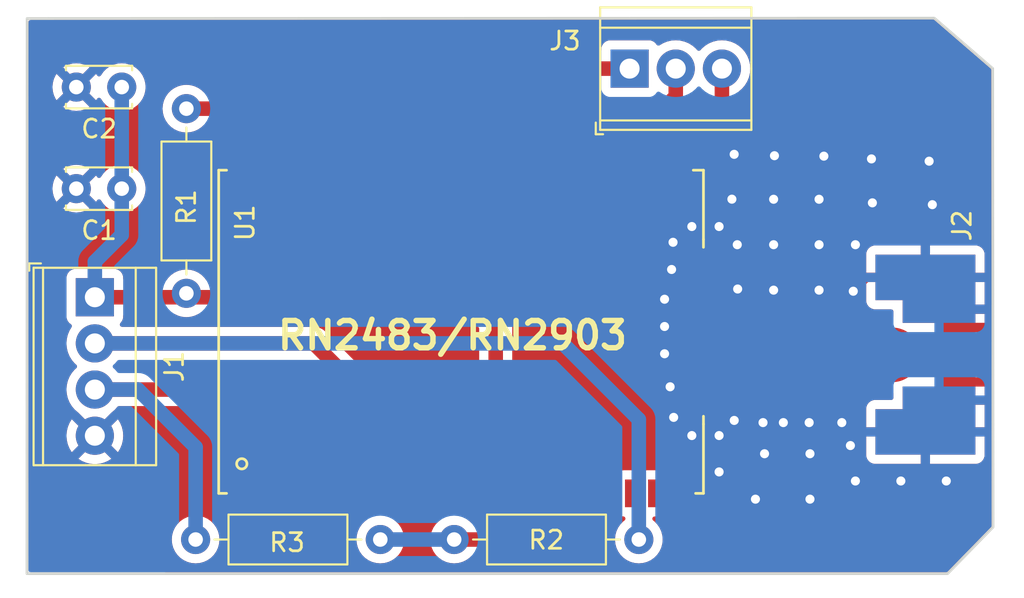
<source format=kicad_pcb>
(kicad_pcb (version 20221018) (generator pcbnew)
  (layers (0 "F.Cu" signal) (31 "B.Cu" signal) (34 "B.Paste" user) (35 "F.Paste" user) (36 "B.SilkS" user "B.Silkscreen") (37 "F.SilkS" user "F.Silkscreen") (38 "B.Mask" user) (39 "F.Mask" user) (44 "Edge.Cuts" user))
  (net 0 "")
  (net 1 "GND")
  (net 2 "Net-(J2-RF)")
  (net 29 "PGD_INT")
  (net 30 "PGC_INT")
  (net 31 "TX_RADIO")
  (net 32 "RX_RADIO")
  (net 33 "RESET")
  (net 34 "+3V3")
  (footprint "MyFootprints:RN2483" (layer "F.Cu") (at 174.498 80.264 -90)
    (fp_text reference "U1" (at 2.8956 -1.4478 270) (layer "F.SilkS"))
    (fp_text value "RN2483/RN2903" hide)
    (fp_line (start 0 -26.67) (end 0 -26.1112) (stroke (width 0.15)) (layer "F.SilkS"))
    (fp_line (start 0 -26.67) (end 3.81 -26.67) (stroke (width 0.15)) (layer "F.SilkS"))
    (fp_line (start 0 0) (end 0 -0.4318) (stroke (width 0.15)) (layer "F.SilkS"))
    (fp_line (start 0 0) (end 17.78 0) (stroke (width 0.15)) (layer "F.SilkS"))
    (fp_line (start 3.81 -26.67) (end 4.2418 -26.67) (stroke (width 0.15)) (layer "F.SilkS"))
    (fp_line (start 13.97 -26.67) (end 13.5382 -26.67) (stroke (width 0.15)) (layer "F.SilkS"))
    (fp_line (start 13.97 -26.67) (end 17.78 -26.67) (stroke (width 0.15)) (layer "F.SilkS"))
    (fp_line (start 17.78 -26.67) (end 17.78 -26.2382) (stroke (width 0.15)) (layer "F.SilkS"))
    (fp_line (start 17.78 0) (end 17.78 -0.4318) (stroke (width 0.15)) (layer "F.SilkS"))
    (fp_circle (center 16.1544 -1.27) (end 16.2814 -1.016) (stroke (width 0.15)) (fill none) (layer "F.SilkS"))
    (pad "1" smd rect locked (at 17.78 -1.27 270) (size 1.524 1.016) (layers "F.Cu" "F.Paste" "F.Mask") (net 1 "GND"))
    (pad "2" smd rect locked (at 17.78 -2.54 270) (size 1.524 1.016) (layers "F.Cu" "F.Paste" "F.Mask"))
    (pad "3" smd rect locked (at 17.78 -3.81 270) (size 1.524 1.016) (layers "F.Cu" "F.Paste" "F.Mask"))
    (pad "4" smd rect locked (at 17.78 -5.08 270) (size 1.524 1.016) (layers "F.Cu" "F.Paste" "F.Mask"))
    (pad "5" smd rect locked (at 17.78 -6.35 270) (size 1.524 1.016) (layers "F.Cu" "F.Paste" "F.Mask"))
    (pad "6" smd rect locked (at 17.78 -7.62 270) (size 1.524 1.016) (layers "F.Cu" "F.Paste" "F.Mask") (net 31 "TX_RADIO"))
    (pad "7" smd rect locked (at 17.78 -8.89 270) (size 1.524 1.016) (layers "F.Cu" "F.Paste" "F.Mask") (net 32 "RX_RADIO"))
    (pad "8" smd rect locked (at 17.78 -10.16 270) (size 1.524 1.016) (layers "F.Cu" "F.Paste" "F.Mask") (net 1 "GND"))
    (pad "9" smd rect locked (at 17.78 -11.43 270) (size 1.524 1.016) (layers "F.Cu" "F.Paste" "F.Mask"))
    (pad "10" smd rect locked (at 17.78 -12.7 270) (size 1.524 1.016) (layers "F.Cu" "F.Paste" "F.Mask"))
    (pad "11" smd rect locked (at 17.78 -13.97 270) (size 1.524 1.016) (layers "F.Cu" "F.Paste" "F.Mask") (net 1 "GND"))
    (pad "12" smd rect locked (at 17.78 -15.24 270) (size 1.524 1.016) (layers "F.Cu" "F.Paste" "F.Mask") (net 34 "+3V3"))
    (pad "13" smd rect locked (at 17.78 -16.51 270) (size 1.524 1.016) (layers "F.Cu" "F.Paste" "F.Mask"))
    (pad "14" smd rect locked (at 17.78 -17.78 270) (size 1.524 1.016) (layers "F.Cu" "F.Paste" "F.Mask"))
    (pad "15" smd rect locked (at 17.78 -19.05 270) (size 1.524 1.016) (layers "F.Cu" "F.Paste" "F.Mask"))
    (pad "16" smd rect locked (at 17.78 -20.32 270) (size 1.524 1.016) (layers "F.Cu" "F.Paste" "F.Mask"))
    (pad "17" smd rect locked (at 17.78 -21.59 270) (size 1.524 1.016) (layers "F.Cu" "F.Paste" "F.Mask"))
    (pad "18" smd rect locked (at 17.78 -22.86 270) (size 1.524 1.016) (layers "F.Cu" "F.Paste" "F.Mask"))
    (pad "19" smd rect locked (at 17.78 -24.13 270) (size 1.524 1.016) (layers "F.Cu" "F.Paste" "F.Mask"))
    (pad "20" smd rect locked (at 17.78 -25.4 270) (size 1.524 1.016) (layers "F.Cu" "F.Paste" "F.Mask") (net 1 "GND"))
    (pad "21" smd rect locked (at 12.7 -26.67 270) (size 1.016 1.524) (layers "F.Cu" "F.Paste" "F.Mask") (net 1 "GND"))
    (pad "22" smd rect locked (at 11.43 -26.369) (size 1.016 0.8) (layers "F.Cu" "F.Paste" "F.Mask") (net 1 "GND"))
    (pad "23" smd rect locked (at 10.16 -26.67 270) (size 1.016 1.524) (layers "F.Cu" "F.Paste" "F.Mask") (net 2 "Net-(J2-RF)"))
    (pad "24" smd rect locked (at 8.89 -26.37) (size 1.016 0.8) (layers "F.Cu" "F.Paste" "F.Mask") (net 1 "GND"))
    (pad "25" smd rect locked (at 7.62 -26.67 270) (size 1.016 1.524) (layers "F.Cu" "F.Paste" "F.Mask"))
    (pad "26" smd rect locked (at 6.35 -26.67 270) (size 1.016 1.524) (layers "F.Cu" "F.Paste" "F.Mask") (net 1 "GND"))
    (pad "27" smd rect locked (at 5.08 -26.67 270) (size 1.016 1.524) (layers "F.Cu" "F.Paste" "F.Mask") (net 1 "GND"))
    (pad "28" smd rect locked (at 0 -25.4 270) (size 1.524 1.016) (layers "F.Cu" "F.Paste" "F.Mask") (net 1 "GND"))
    (pad "29" smd rect locked (at 0 -24.13 270) (size 1.524 1.016) (layers "F.Cu" "F.Paste" "F.Mask"))
    (pad "30" smd rect locked (at 0 -22.86 270) (size 1.524 1.016) (layers "F.Cu" "F.Paste" "F.Mask") (net 30 "PGC_INT"))
    (pad "31" smd rect locked (at 0 -21.59 270) (size 1.524 1.016) (layers "F.Cu" "F.Paste" "F.Mask") (net 29 "PGD_INT"))
    (pad "32" smd rect locked (at 0 -20.32 270) (size 1.524 1.016) (layers "F.Cu" "F.Paste" "F.Mask") (net 33 "RESET"))
    (pad "33" smd rect locked (at 0 -19.05 270) (size 1.524 1.016) (layers "F.Cu" "F.Paste" "F.Mask") (net 1 "GND"))
    (pad "34" smd rect locked (at 0 -17.78 270) (size 1.524 1.016) (layers "F.Cu" "F.Paste" "F.Mask") (net 34 "+3V3"))
    (pad "35" smd rect locked (at 0 -16.51 270) (size 1.524 1.016) (layers "F.Cu" "F.Paste" "F.Mask"))
    (pad "36" smd rect locked (at 0 -15.24 270) (size 1.524 1.016) (layers "F.Cu" "F.Paste" "F.Mask"))
    (pad "37" smd rect locked (at 0 -13.97 270) (size 1.524 1.016) (layers "F.Cu" "F.Paste" "F.Mask"))
    (pad "38" smd rect locked (at 0 -12.7 270) (size 1.524 1.016) (layers "F.Cu" "F.Paste" "F.Mask"))
    (pad "39" smd rect locked (at 0 -11.43 270) (size 1.524 1.016) (layers "F.Cu" "F.Paste" "F.Mask"))
    (pad "40" smd rect locked (at 0 -10.16 270) (size 1.524 1.016) (layers "F.Cu" "F.Paste" "F.Mask"))
    (pad "41" smd rect locked (at 0 -8.89 270) (size 1.524 1.016) (layers "F.Cu" "F.Paste" "F.Mask") (net 1 "GND"))
    (pad "42" smd rect locked (at 0 -7.62 270) (size 1.524 1.016) (layers "F.Cu" "F.Paste" "F.Mask"))
    (pad "43" smd rect locked (at 0 -6.35 270) (size 1.524 1.016) (layers "F.Cu" "F.Paste" "F.Mask"))
    (pad "44" smd rect locked (at 0 -5.08 270) (size 1.524 1.016) (layers "F.Cu" "F.Paste" "F.Mask"))
    (pad "45" smd rect locked (at 0 -3.81 270) (size 1.524 1.016) (layers "F.Cu" "F.Paste" "F.Mask"))
    (pad "46" smd rect locked (at 0 -2.54 270) (size 1.524 1.016) (layers "F.Cu" "F.Paste" "F.Mask"))
    (pad "47" smd rect locked (at 0 -1.27 270) (size 1.524 1.016) (layers "F.Cu" "F.Paste" "F.Mask") (net 1 "GND"))
  )
  (footprint "MyFootprints:multi-rf-sma-ufl" (layer "F.Cu") (at 216.128 90.414 -90)
    (fp_text reference "J2" (at -7.102 0.736 270) (layer "F.SilkS"))
    (fp_text value "SMA_HF")
    (pad "1" smd rect (at 0 2.6 270) (size 1 1) (layers "F.Cu" "F.Paste" "F.Mask") (net 2 "Net-(J2-RF)"))
    (pad "1" smd rect (at 0 4.55 270) (size 1.5 4) (layers "F.Cu" "F.Mask") (net 2 "Net-(J2-RF)"))
    (pad "2" smd rect (at -4.25 2.75 270) (size 2.5 5.5) (layers "F.Cu" "F.Mask") (net 1 "GND"))
    (pad "2" smd rect (at -4.25 2.75 270) (size 2.5 5.5) (layers "B.Cu" "B.Mask") (net 1 "GND"))
    (pad "2" smd rect (at -2.5 2 270) (size 1.5 4) (layers "F.Cu" "F.Mask") (net 1 "GND"))
    (pad "2" smd rect (at -2.5 2 270) (size 1.5 4) (layers "B.Cu" "B.Mask") (net 1 "GND"))
    (pad "2" smd rect (at -1.5 1.1 270) (size 1.05 2.2) (layers "F.Cu" "F.Paste" "F.Mask") (net 1 "GND"))
    (pad "2" smd rect (at 1.5 1.1 270) (size 1.05 2.2) (layers "F.Cu" "F.Paste" "F.Mask") (net 1 "GND"))
    (pad "2" smd rect (at 2.5 2 270) (size 1.5 4) (layers "F.Cu" "F.Mask") (net 1 "GND"))
    (pad "2" smd rect (at 2.5 2 270) (size 1.5 4) (layers "B.Cu" "B.Mask") (net 1 "GND"))
    (pad "2" smd rect (at 4.25 2.75 270) (size 2.5 5.5) (layers "F.Cu" "F.Mask") (net 1 "GND"))
    (pad "2" smd rect (at 4.25 2.75 270) (size 2.5 5.5) (layers "B.Cu" "B.Mask") (net 1 "GND"))
  )
  (footprint "TerminalBlock_TE-Connectivity:TerminalBlock_TE_282834-4_1x04_P2.54mm_Horizontal" (layer "F.Cu") (at 167.684 87.2536 -90)
    (fp_text reference "J1" (at 3.81 -4.37 90) (layer "F.SilkS"))
    (fp_text value "Screw_Terminal_01x04")
    (fp_line (start -1.86 2.97) (end -1.86 3.61) (stroke (width 0.12)) (layer "F.SilkS"))
    (fp_line (start -1.86 3.61) (end -1.46 3.61) (stroke (width 0.12)) (layer "F.SilkS"))
    (fp_line (start -1.62 -3.37) (end -1.62 3.37) (stroke (width 0.12)) (layer "F.SilkS"))
    (fp_line (start -1.62 -3.37) (end 9.241 -3.37) (stroke (width 0.12)) (layer "F.SilkS"))
    (fp_line (start -1.62 -2.25) (end 9.241 -2.25) (stroke (width 0.12)) (layer "F.SilkS"))
    (fp_line (start -1.62 2.85) (end 9.241 2.85) (stroke (width 0.12)) (layer "F.SilkS"))
    (fp_line (start -1.62 3.37) (end 9.241 3.37) (stroke (width 0.12)) (layer "F.SilkS"))
    (fp_line (start 9.241 -3.37) (end 9.241 3.37) (stroke (width 0.12)) (layer "F.SilkS"))
    (pad "1" thru_hole rect (at 0 0 270) (size 2.1 2.1) (drill 1.1) (layers "*.Cu" "*.Mask") (net 34 "+3V3"))
    (pad "2" thru_hole circle (at 2.54 0 270) (size 2.1 2.1) (drill 1.1) (layers "*.Cu" "*.Mask") (net 32 "RX_RADIO"))
    (pad "3" thru_hole circle (at 5.08 0 270) (size 2.1 2.1) (drill 1.1) (layers "*.Cu" "*.Mask") (net 31 "TX_RADIO"))
    (pad "4" thru_hole circle (at 7.62 0 270) (size 2.1 2.1) (drill 1.1) (layers "*.Cu" "*.Mask") (net 1 "GND"))
  )
  (footprint "Capacitor_THT:C_Disc_D3.4mm_W2.1mm_P2.50mm" (layer "F.Cu") (at 169.164 81.28 180)
    (fp_text reference "C1" (at 1.25 -2.3) (layer "F.SilkS"))
    (fp_text value "4,7n")
    (fp_line (start -0.57 -1.17) (end -0.57 -0.925) (stroke (width 0.12)) (layer "F.SilkS"))
    (fp_line (start -0.57 -1.17) (end 3.07 -1.17) (stroke (width 0.12)) (layer "F.SilkS"))
    (fp_line (start -0.57 0.925) (end -0.57 1.17) (stroke (width 0.12)) (layer "F.SilkS"))
    (fp_line (start -0.57 1.17) (end 3.07 1.17) (stroke (width 0.12)) (layer "F.SilkS"))
    (fp_line (start 3.07 -1.17) (end 3.07 -0.925) (stroke (width 0.12)) (layer "F.SilkS"))
    (fp_line (start 3.07 0.925) (end 3.07 1.17) (stroke (width 0.12)) (layer "F.SilkS"))
    (pad "1" thru_hole circle (at 0 0 180) (size 1.6 1.6) (drill 0.8) (layers "*.Cu" "*.Mask") (net 34 "+3V3"))
    (pad "2" thru_hole circle (at 2.5 0 180) (size 1.6 1.6) (drill 0.8) (layers "*.Cu" "*.Mask") (net 1 "GND"))
  )
  (footprint "Resistor_THT:R_Axial_DIN0207_L6.3mm_D2.5mm_P10.16mm_Horizontal" (layer "F.Cu") (at 183.388 100.584 180)
    (fp_text reference "R3" (at 5.128 -0.166) (layer "F.SilkS"))
    (fp_text value "10k")
    (fp_line (start 1.04 0) (end 1.81 0) (stroke (width 0.12)) (layer "F.SilkS"))
    (fp_line (start 1.81 -1.37) (end 1.81 1.37) (stroke (width 0.12)) (layer "F.SilkS"))
    (fp_line (start 1.81 1.37) (end 8.35 1.37) (stroke (width 0.12)) (layer "F.SilkS"))
    (fp_line (start 8.35 -1.37) (end 1.81 -1.37) (stroke (width 0.12)) (layer "F.SilkS"))
    (fp_line (start 8.35 1.37) (end 8.35 -1.37) (stroke (width 0.12)) (layer "F.SilkS"))
    (fp_line (start 9.12 0) (end 8.35 0) (stroke (width 0.12)) (layer "F.SilkS"))
    (pad "1" thru_hole circle (at 0 0 180) (size 1.6 1.6) (drill 0.8) (layers "*.Cu" "*.Mask") (net 34 "+3V3"))
    (pad "2" thru_hole oval (at 10.16 0 180) (size 1.6 1.6) (drill 0.8) (layers "*.Cu" "*.Mask") (net 31 "TX_RADIO"))
  )
  (footprint "Capacitor_THT:C_Disc_D3.4mm_W2.1mm_P2.50mm" (layer "F.Cu") (at 169.164 75.692 180)
    (fp_text reference "C2" (at 1.25 -2.3) (layer "F.SilkS"))
    (fp_text value "100n")
    (fp_line (start -0.57 -1.17) (end -0.57 -0.925) (stroke (width 0.12)) (layer "F.SilkS"))
    (fp_line (start -0.57 -1.17) (end 3.07 -1.17) (stroke (width 0.12)) (layer "F.SilkS"))
    (fp_line (start -0.57 0.925) (end -0.57 1.17) (stroke (width 0.12)) (layer "F.SilkS"))
    (fp_line (start -0.57 1.17) (end 3.07 1.17) (stroke (width 0.12)) (layer "F.SilkS"))
    (fp_line (start 3.07 -1.17) (end 3.07 -0.925) (stroke (width 0.12)) (layer "F.SilkS"))
    (fp_line (start 3.07 0.925) (end 3.07 1.17) (stroke (width 0.12)) (layer "F.SilkS"))
    (pad "1" thru_hole circle (at 0 0 180) (size 1.6 1.6) (drill 0.8) (layers "*.Cu" "*.Mask") (net 34 "+3V3"))
    (pad "2" thru_hole circle (at 2.5 0 180) (size 1.6 1.6) (drill 0.8) (layers "*.Cu" "*.Mask") (net 1 "GND"))
  )
  (footprint "TerminalBlock_TE-Connectivity:TerminalBlock_TE_282834-3_1x03_P2.54mm_Horizontal" (layer "F.Cu") (at 197.104 74.676)
    (fp_text reference "J3" (at -3.556 -1.524) (layer "F.SilkS"))
    (fp_text value "Screw_Terminal_01x03")
    (fp_line (start -1.86 2.97) (end -1.86 3.61) (stroke (width 0.12)) (layer "F.SilkS"))
    (fp_line (start -1.86 3.61) (end -1.46 3.61) (stroke (width 0.12)) (layer "F.SilkS"))
    (fp_line (start -1.62 -3.37) (end -1.62 3.37) (stroke (width 0.12)) (layer "F.SilkS"))
    (fp_line (start -1.62 -3.37) (end 6.7 -3.37) (stroke (width 0.12)) (layer "F.SilkS"))
    (fp_line (start -1.62 -2.25) (end 6.7 -2.25) (stroke (width 0.12)) (layer "F.SilkS"))
    (fp_line (start -1.62 2.85) (end 6.7 2.85) (stroke (width 0.12)) (layer "F.SilkS"))
    (fp_line (start -1.62 3.37) (end 6.7 3.37) (stroke (width 0.12)) (layer "F.SilkS"))
    (fp_line (start 6.7 -3.37) (end 6.7 3.37) (stroke (width 0.12)) (layer "F.SilkS"))
    (pad "1" thru_hole rect (at 0 0) (size 2.1 2.1) (drill 1.1) (layers "*.Cu" "*.Mask") (net 33 "RESET"))
    (pad "2" thru_hole circle (at 2.54 0) (size 2.1 2.1) (drill 1.1) (layers "*.Cu" "*.Mask") (net 29 "PGD_INT"))
    (pad "3" thru_hole circle (at 5.08 0) (size 2.1 2.1) (drill 1.1) (layers "*.Cu" "*.Mask") (net 30 "PGC_INT"))
  )
  (footprint "Resistor_THT:R_Axial_DIN0207_L6.3mm_D2.5mm_P10.16mm_Horizontal" (layer "F.Cu") (at 172.72 76.879146 -90)
    (fp_text reference "R1" (at 5.416854 0 90) (layer "F.SilkS"))
    (fp_text value "10k")
    (fp_line (start 1.04 0) (end 1.81 0) (stroke (width 0.12)) (layer "F.SilkS"))
    (fp_line (start 1.81 -1.37) (end 1.81 1.37) (stroke (width 0.12)) (layer "F.SilkS"))
    (fp_line (start 1.81 1.37) (end 8.35 1.37) (stroke (width 0.12)) (layer "F.SilkS"))
    (fp_line (start 8.35 -1.37) (end 1.81 -1.37) (stroke (width 0.12)) (layer "F.SilkS"))
    (fp_line (start 8.35 1.37) (end 8.35 -1.37) (stroke (width 0.12)) (layer "F.SilkS"))
    (fp_line (start 9.12 0) (end 8.35 0) (stroke (width 0.12)) (layer "F.SilkS"))
    (pad "1" thru_hole circle (at 0 0 270) (size 1.6 1.6) (drill 0.8) (layers "*.Cu" "*.Mask") (net 33 "RESET"))
    (pad "2" thru_hole oval (at 10.16 0 270) (size 1.6 1.6) (drill 0.8) (layers "*.Cu" "*.Mask") (net 34 "+3V3"))
  )
  (footprint "Resistor_THT:R_Axial_DIN0207_L6.3mm_D2.5mm_P10.16mm_Horizontal" (layer "F.Cu") (at 187.452 100.584)
    (fp_text reference "R2" (at 5.068 0.026) (layer "F.SilkS"))
    (fp_text value "10k")
    (fp_line (start 1.04 0) (end 1.81 0) (stroke (width 0.12)) (layer "F.SilkS"))
    (fp_line (start 1.81 -1.37) (end 1.81 1.37) (stroke (width 0.12)) (layer "F.SilkS"))
    (fp_line (start 1.81 1.37) (end 8.35 1.37) (stroke (width 0.12)) (layer "F.SilkS"))
    (fp_line (start 8.35 -1.37) (end 1.81 -1.37) (stroke (width 0.12)) (layer "F.SilkS"))
    (fp_line (start 8.35 1.37) (end 8.35 -1.37) (stroke (width 0.12)) (layer "F.SilkS"))
    (fp_line (start 9.12 0) (end 8.35 0) (stroke (width 0.12)) (layer "F.SilkS"))
    (pad "1" thru_hole circle (at 0 0) (size 1.6 1.6) (drill 0.8) (layers "*.Cu" "*.Mask") (net 34 "+3V3"))
    (pad "2" thru_hole oval (at 10.16 0) (size 1.6 1.6) (drill 0.8) (layers "*.Cu" "*.Mask") (net 32 "RX_RADIO"))
  )
  (gr_poly (pts (xy 163.96 71.92) (xy 213.87 71.9) (xy 217.08 74.67) (xy 217.1 99.9) (xy 214.6 102.46) (xy 163.95 102.46)) (stroke (width 0.15)) (fill none) (layer "Edge.Cuts"))
  (gr_text "GEII Corp.\nLoRa\nV1\n" (at 164.592 100.076) (layer "F.Cu") (effects (font (size 0.8 0.8)) (justify left)))
  (gr_text "\n" (at 185.7561 93.1591) (layer "B.SilkS") (effects (font (size 1 1) (thickness 0.2)) (justify mirror)))
  (gr_text "RN2483/RN2903" (at 187.358 89.354) (layer "F.SilkS") (effects (font (size 1.5 1.5) (thickness 0.3))))
  (segment (start 209.528 84.364) (end 209.528 82.994176) (width 0.5) (layer "F.Cu") (net 1))
  (segment (start 213.378 94.664) (end 213.378 93.664) (width 0.5) (layer "F.Cu") (net 1))
  (segment (start 213.378 87.164) (end 214.128 87.914) (width 0.5) (layer "F.Cu") (net 1))
  (segment (start 202.86047 94.031529) (end 204.325383 94.031529) (width 0.5) (layer "F.Cu") (net 1))
  (segment (start 203.028 85.864) (end 203.028 84.364) (width 0.5) (layer "F.Cu") (net 1))
  (segment (start 200.528 94.364) (end 201.028 94.864) (width 0.5) (layer "F.Cu") (net 1))
  (segment (start 207.528 79.75726) (end 207.792691 79.492569) (width 0.5) (layer "F.Cu") (net 1))
  (segment (start 207.028 95.864) (end 207.028 98.364) (width 0.5) (layer "F.Cu") (net 1))
  (segment (start 212.028 97.364) (end 214.528 97.364) (width 0.5) (layer "F.Cu") (net 1))
  (segment (start 200.528 94.864) (end 202.028 94.864) (width 0.5) (layer "F.Cu") (net 1))
  (segment (start 199.028 90.364) (end 199.028 91.874309) (width 0.5) (layer "F.Cu") (net 1))
  (segment (start 207.528 86.864) (end 207.528 84.364) (width 0.5) (layer "F.Cu") (net 1))
  (segment (start 207.528 86.864) (end 207.528 84.864) (width 0.5) (layer "F.Cu") (net 1))
  (segment (start 207.528 81.864) (end 207.528 79.75726) (width 0.5) (layer "F.Cu") (net 1))
  (segment (start 199.028 87.364) (end 199.028 88.864) (width 0.5) (layer "F.Cu") (net 1))
  (segment (start 207.528 81.864) (end 209.748366 79.643634) (width 0.5) (layer "F.Cu") (net 1))
  (segment (start 205.073524 79.467392) (end 202.933438 79.467392) (width 0.5) (layer "F.Cu") (net 1))
  (segment (start 199.494413 85.647021) (end 199.414671 85.726763) (width 0.5) (layer "F.Cu") (net 1))
  (segment (start 209.41057 86.88143) (end 209.41057 86.923815) (width 0.5) (layer "F.Cu") (net 1))
  (segment (start 199.494413 84.231363) (end 199.494413 85.647021) (width 0.5) (layer "F.Cu") (net 1))
  (segment (start 213.378 86.164) (end 213.378 87.164) (width 0.5) (layer "F.Cu") (net 1))
  (segment (start 213.378 93.664) (end 214.128 92.914) (width 0.5) (layer "F.Cu") (net 1))
  (segment (start 209.961505 82.560671) (end 210.461504 82.060672) (width 0.5) (layer "F.Cu") (net 1))
  (segment (start 204.028 98.364) (end 204.028 96.364) (width 0.5) (layer "F.Cu") (net 1))
  (segment (start 203.11201 86.864) (end 203.049497 86.801487) (width 0.5) (layer "F.Cu") (net 1))
  (segment (start 209.748366 79.643634) (end 210.411149 79.643634) (width 0.5) (layer "F.Cu") (net 1))
  (segment (start 199.028 91.874309) (end 199.334083 92.180392) (width 0.5) (layer "F.Cu") (net 1))
  (segment (start 214.128 87.914) (end 214.128 88.014) (width 0.5) (layer "F.Cu") (net 1))
  (segment (start 214.128 92.914) (end 214.128 92.814) (width 0.5) (layer "F.Cu") (net 1))
  (segment (start 202.028 83.364) (end 200.528 83.364) (width 0.5) (layer "F.Cu") (net 1))
  (segment (start 209.528 95.689665) (end 209.252461 95.414126) (width 0.5) (layer "F.Cu") (net 1))
  (segment (start 202.933438 79.467392) (end 202.857905 79.391859) (width 0.5) (layer "F.Cu") (net 1))
  (segment (start 209.528 97.364) (end 209.528 95.689665) (width 0.5) (layer "F.Cu") (net 1))
  (segment (start 210.128 86.164) (end 209.41057 86.88143) (width 0.5) (layer "F.Cu") (net 1))
  (segment (start 213.378 86.164) (end 210.128 86.164) (width 0.5) (layer "F.Cu") (net 1))
  (segment (start 205.028 84.364) (end 205.028 81.864) (width 0.5) (layer "F.Cu") (net 1))
  (segment (start 206.983138 94.151146) (end 205.563537 94.151146) (width 0.5) (layer "F.Cu") (net 1))
  (segment (start 204.028 96.364) (end 204.528 95.864) (width 0.5) (layer "F.Cu") (net 1))
  (segment (start 209.528 82.994176) (end 210.461504 82.060672) (width 0.5) (layer "F.Cu") (net 1))
  (segment (start 204.325383 94.031529) (end 204.445 94.151146) (width 0.5) (layer "F.Cu") (net 1))
  (segment (start 205.028 86.864) (end 203.11201 86.864) (width 0.5) (layer "F.Cu") (net 1))
  (via (at 202.028 96.864) (size 1) (drill 0.5) (layers "F.Cu" "B.Cu") (net 1))
  (via (at 202.732018 81.859252) (size 1) (drill 0.5) (layers "F.Cu" "B.Cu") (net 1))
  (via (at 212.028 97.364) (size 1) (drill 0.5) (layers "F.Cu" "B.Cu") (net 1))
  (via (at 207.528 86.864) (size 1) (drill 0.5) (layers "F.Cu" "B.Cu") (net 1))
  (via (at 209.252461 95.414126) (size 1) (drill 0.5) (layers "F.Cu" "B.Cu") (net 1))
  (via (at 203.028 84.364) (size 1) (drill 0.5) (layers "F.Cu" "B.Cu") (net 1))
  (via (at 200.528 83.364) (size 1) (drill 0.5) (layers "F.Cu" "B.Cu") (net 1))
  (via (at 213.759754 82.161382) (size 1) (drill 0.5) (layers "F.Cu" "B.Cu") (net 1))
  (via (at 205.028 81.864) (size 1) (drill 0.5) (layers "F.Cu" "B.Cu") (net 1))
  (via (at 204.445 94.151146) (size 1) (drill 0.5) (layers "F.Cu" "B.Cu") (net 1))
  (via (at 207.528 84.364) (size 1) (drill 0.5) (layers "F.Cu" "B.Cu") (net 1))
  (via (at 199.028 87.364) (size 1) (drill 0.5) (layers "F.Cu" "B.Cu") (net 1))
  (via (at 199.334083 92.180392) (size 1) (drill 0.5) (layers "F.Cu" "B.Cu") (net 1))
  (via (at 199.414671 85.726763) (size 1) (drill 0.5) (layers "F.Cu" "B.Cu") (net 1))
  (via (at 210.461504 82.060672) (size 1) (drill 0.5) (layers "F.Cu" "B.Cu") (net 1))
  (via (at 199.528 93.864) (size 1) (drill 0.5) (layers "F.Cu" "B.Cu") (net 1))
  (via (at 207.028 95.864) (size 1) (drill 0.5) (layers "F.Cu" "B.Cu") (net 1))
  (via (at 204.028 98.364) (size 1) (drill 0.5) (layers "F.Cu" "B.Cu") (net 1))
  (via (at 205.073524 79.467392) (size 1) (drill 0.5) (layers "F.Cu" "B.Cu") (net 1))
  (via (at 200.528 94.864) (size 1) (drill 0.5) (layers "F.Cu" "B.Cu") (net 1))
  (via (at 214.528 97.364) (size 1) (drill 0.5) (layers "F.Cu" "B.Cu") (net 1))
  (via (at 208.779351 94.151146) (size 1) (drill 0.5) (layers "F.Cu" "B.Cu") (net 1))
  (via (at 202.028 83.364) (size 1) (drill 0.5) (layers "F.Cu" "B.Cu") (net 1))
  (via (at 203.049497 86.801487) (size 1) (drill 0.5) (layers "F.Cu" "B.Cu") (net 1))
  (via (at 202.028 94.864) (size 1) (drill 0.5) (layers "F.Cu" "B.Cu") (net 1))
  (via (at 205.563537 94.151146) (size 1) (drill 0.5) (layers "F.Cu" "B.Cu") (net 1))
  (via (at 207.028 98.364) (size 1) (drill 0.5) (layers "F.Cu" "B.Cu") (net 1))
  (via (at 207.792691 79.492569) (size 1) (drill 0.5) (layers "F.Cu" "B.Cu") (net 1))
  (via (at 205.028 84.364) (size 1) (drill 0.5) (layers "F.Cu" "B.Cu") (net 1))
  (via (at 209.528 84.364) (size 1) (drill 0.5) (layers "F.Cu" "B.Cu") (net 1))
  (via (at 204.528 95.864) (size 1) (drill 0.5) (layers "F.Cu" "B.Cu") (net 1))
  (via (at 207.528 81.864) (size 1) (drill 0.5) (layers "F.Cu" "B.Cu") (net 1))
  (via (at 199.494413 84.231363) (size 1) (drill 0.5) (layers "F.Cu" "B.Cu") (net 1))
  (via (at 202.86047 94.031529) (size 1) (drill 0.5) (layers "F.Cu" "B.Cu") (net 1))
  (via (at 213.583512 79.769521) (size 1) (drill 0.5) (layers "F.Cu" "B.Cu") (net 1))
  (via (at 199.028 90.364) (size 1) (drill 0.5) (layers "F.Cu" "B.Cu") (net 1))
  (via (at 202.857905 79.391859) (size 1) (drill 0.5) (layers "F.Cu" "B.Cu") (net 1))
  (via (at 206.983138 94.151146) (size 1) (drill 0.5) (layers "F.Cu" "B.Cu") (net 1))
  (via (at 205.028 86.864) (size 1) (drill 0.5) (layers "F.Cu" "B.Cu") (net 1))
  (via (at 210.411149 79.643634) (size 1) (drill 0.5) (layers "F.Cu" "B.Cu") (net 1))
  (via (at 209.41057 86.923815) (size 1) (drill 0.5) (layers "F.Cu" "B.Cu") (net 1))
  (via (at 199.028 88.864) (size 1) (drill 0.5) (layers "F.Cu" "B.Cu") (net 1))
  (via (at 209.528 97.364) (size 1) (drill 0.5) (layers "F.Cu" "B.Cu") (net 1))
  (segment (start 199.028 86.113434) (end 199.414671 85.726763) (width 0.5) (layer "B.Cu") (net 1))
  (segment (start 199.334083 93.170083) (end 199.334083 92.180392) (width 0.5) (layer "B.Cu") (net 1))
  (segment (start 208.779351 94.151146) (end 208.779351 94.941016) (width 0.5) (layer "B.Cu") (net 1))
  (segment (start 203.028 95.864) (end 202.028 96.864) (width 0.5) (layer "B.Cu") (net 1))
  (segment (start 207.528 95.364) (end 207.028 95.864) (width 0.5) (layer "B.Cu") (net 1))
  (segment (start 199.528 93.364) (end 199.334083 93.170083) (width 0.5) (layer "B.Cu") (net 1))
  (segment (start 213.378 86.164) (end 213.378 87.164) (width 0.5) (layer "B.Cu") (net 1))
  (segment (start 208.779351 94.151146) (end 206.983138 94.151146) (width 0.5) (layer "B.Cu") (net 1))
  (segment (start 203.028 84.364) (end 202.028 83.364) (width 0.5) (layer "B.Cu") (net 1))
  (segment (start 208.779351 94.941016) (end 209.252461 95.414126) (width 0.5) (layer "B.Cu") (net 1))
  (segment (start 213.659044 82.060672) (end 213.759754 82.161382) (width 0.5) (layer "B.Cu") (net 1))
  (segment (start 209.528 86.806385) (end 209.41057 86.923815) (width 0.5) (layer "B.Cu") (net 1))
  (segment (start 199.528 93.364) (end 199.528 93.864) (width 0.5) (layer "B.Cu") (net 1))
  (segment (start 207.792691 79.492569) (end 205.098701 79.492569) (width 0.5) (layer "B.Cu") (net 1))
  (segment (start 202.86047 94.031529) (end 202.86047 94.03153) (width 0.5) (layer "B.Cu") (net 1))
  (segment (start 209.528 97.364) (end 212.028 97.364) (width 0.5) (layer "B.Cu") (net 1))
  (segment (start 204.445 94.151146) (end 205.563537 94.151146) (width 0.5) (layer "B.Cu") (net 1))
  (segment (start 209.528 84.364) (end 209.528 86.806385) (width 0.5) (layer "B.Cu") (net 1))
  (segment (start 199.660637 84.231363) (end 199.494413 84.231363) (width 0.5) (layer "B.Cu") (net 1))
  (segment (start 199.334083 93.170083) (end 199.334083 92.887498) (width 0.5) (layer "B.Cu") (net 1))
  (segment (start 199.028 87.364) (end 199.028 86.113434) (width 0.5) (layer "B.Cu") (net 1))
  (segment (start 199.528 93.864) (end 200.528 94.864) (width 0.5) (layer "B.Cu") (net 1))
  (segment (start 207.028 98.364) (end 204.028 98.364) (width 0.5) (layer "B.Cu") (net 1))
  (segment (start 207.528 84.864) (end 205.028 84.864) (width 0.5) (layer "B.Cu") (net 1))
  (segment (start 205.028 86.864) (end 207.528 86.864) (width 0.5) (layer "B.Cu") (net 1))
  (segment (start 203.028 85.864) (end 203.049497 85.885497) (width 0.5) (layer "B.Cu") (net 1))
  (segment (start 210.461504 82.060672) (end 213.659044 82.060672) (width 0.5) (layer "B.Cu") (net 1))
  (segment (start 213.457625 79.643634) (end 213.583512 79.769521) (width 0.5) (layer "B.Cu") (net 1))
  (segment (start 207.528 84.364) (end 205.028 84.364) (width 0.5) (layer "B.Cu") (net 1))
  (segment (start 205.028 81.864) (end 207.528 81.864) (width 0.5) (layer "B.Cu") (net 1))
  (segment (start 203.049497 86.094381) (end 203.049497 86.801487) (width 0.5) (layer "B.Cu") (net 1))
  (segment (start 210.411149 79.643634) (end 213.457625 79.643634) (width 0.5) (layer "B.Cu") (net 1))
  (segment (start 199.028 88.864) (end 199.028 90.364) (width 0.5) (layer "B.Cu") (net 1))
  (segment (start 209.528 97.364) (end 207.528 95.364) (width 0.5) (layer "B.Cu") (net 1))
  (segment (start 204.528 95.864) (end 203.028 95.864) (width 0.5) (layer "B.Cu") (net 1))
  (segment (start 213.378 93.664) (end 214.128 92.914) (width 0.5) (layer "B.Cu") (net 1))
  (segment (start 213.378 94.664) (end 213.378 93.664) (width 0.5) (layer "B.Cu") (net 1))
  (segment (start 199.528 93.364) (end 199.528 93.864) (width 0.5) (layer "B.Cu") (net 1))
  (segment (start 202.732018 81.859252) (end 202.732018 79.517746) (width 0.5) (layer "B.Cu") (net 1))
  (segment (start 200.528 83.364) (end 199.660637 84.231363) (width 0.5) (layer "B.Cu") (net 1))
  (segment (start 202.86047 94.03153) (end 202.028 94.864) (width 0.5) (layer "B.Cu") (net 1))
  (segment (start 205.098701 79.492569) (end 205.073524 79.467392) (width 0.5) (layer "B.Cu") (net 1))
  (segment (start 202.732018 79.517746) (end 202.857905 79.391859) (width 0.5) (layer "B.Cu") (net 1))
  (segment (start 209.41057 87.382547) (end 209.41057 86.923815) (width 0.5) (layer "B.Cu") (net 1))
  (segment (start 203.049497 85.885497) (end 203.049497 86.094381) (width 0.5) (layer "B.Cu") (net 1))
  (segment (start 203.023537 90.424) (end 211.568 90.424) (width 3) (layer "F.Cu") (net 2))
  (segment (start 203.023537 90.424) (end 201.168 90.424) (width 1) (layer "F.Cu") (net 2))
  (segment (start 199.644 76.2) (end 199.174 76.67) (width 0.8) (layer "F.Cu") (net 29))
  (segment (start 199.644 74.676) (end 199.644 76.2) (width 0.8) (layer "F.Cu") (net 29))
  (segment (start 197.65 76.67) (end 196.088 78.232) (width 0.8) (layer "F.Cu") (net 29))
  (segment (start 199.174 76.67) (end 197.65 76.67) (width 0.8) (layer "F.Cu") (net 29))
  (segment (start 196.088 78.232) (end 196.088 80.264) (width 0.8) (layer "F.Cu") (net 29))
  (segment (start 197.358 78.994) (end 197.358 80.264) (width 0.8) (layer "F.Cu") (net 30))
  (segment (start 202.184 74.676) (end 202.184 76.708) (width 0.8) (layer "F.Cu") (net 30))
  (segment (start 202.184 76.708) (end 201.168 77.724) (width 0.8) (layer "F.Cu") (net 30))
  (segment (start 198.628 77.724) (end 197.358 78.994) (width 0.8) (layer "F.Cu") (net 30))
  (segment (start 201.168 77.724) (end 198.628 77.724) (width 0.8) (layer "F.Cu") (net 30))
  (segment (start 178.9108 92.3336) (end 167.684 92.3336) (width 0.8) (layer "F.Cu") (net 31))
  (segment (start 182.118 95.5408) (end 178.9108 92.3336) (width 0.8) (layer "F.Cu") (net 31))
  (segment (start 182.118 98.044) (end 182.118 95.5408) (width 0.8) (layer "F.Cu") (net 31))
  (segment (start 173.228 100.584) (end 173.228 95.504) (width 0.8) (layer "B.Cu") (net 31))
  (segment (start 173.228 95.504) (end 170.0576 92.3336) (width 0.8) (layer "B.Cu") (net 31))
  (segment (start 170.0576 92.3336) (end 167.684 92.3336) (width 0.8) (layer "B.Cu") (net 31))
  (segment (start 183.388 93.458) (end 179.7236 89.7936) (width 0.8) (layer "F.Cu") (net 32))
  (segment (start 183.388 98.044) (end 183.388 93.458) (width 0.8) (layer "F.Cu") (net 32))
  (segment (start 179.7236 89.7936) (end 167.684 89.7936) (width 0.8) (layer "F.Cu") (net 32))
  (segment (start 197.612 93.98) (end 193.4256 89.7936) (width 0.8) (layer "B.Cu") (net 32))
  (segment (start 193.4256 89.7936) (end 167.684 89.7936) (width 0.8) (layer "B.Cu") (net 32))
  (segment (start 197.612 100.584) (end 197.612 93.98) (width 0.8) (layer "B.Cu") (net 32))
  (segment (start 193.948 77.832) (end 192.995146 76.879146) (width 0.8) (layer "F.Cu") (net 33))
  (segment (start 194.818 80.264) (end 194.818 78.702) (width 0.8) (layer "F.Cu") (net 33))
  (segment (start 193.865146 76.009146) (end 193.865146 77.749146) (width 0.8) (layer "F.Cu") (net 33))
  (segment (start 195.198292 74.676) (end 193.865146 76.009146) (width 0.8) (layer "F.Cu") (net 33))
  (segment (start 193.865146 77.749146) (end 193.948 77.832) (width 0.8) (layer "F.Cu") (net 33))
  (segment (start 194.818 78.702) (end 193.948 77.832) (width 0.8) (layer "F.Cu") (net 33))
  (segment (start 192.995146 76.879146) (end 172.72 76.879146) (width 0.8) (layer "F.Cu") (net 33))
  (segment (start 197.104 74.676) (end 195.198292 74.676) (width 0.8) (layer "F.Cu") (net 33))
  (segment (start 193.865146 76.009146) (end 192.995146 76.879146) (width 0.8) (layer "F.Cu") (net 33))
  (segment (start 189.738 98.044) (end 189.738 99.841) (width 0.8) (layer "F.Cu") (net 34))
  (segment (start 167.7856 87.2536) (end 188.799537 87.2536) (width 0.8) (layer "F.Cu") (net 34))
  (segment (start 188.428454 87.2536) (end 189.738 88.563146) (width 0.8) (layer "F.Cu") (net 34))
  (segment (start 188.799537 87.2536) (end 189.601083 87.2536) (width 0.8) (layer "F.Cu") (net 34))
  (segment (start 188.799537 87.2536) (end 188.428454 87.2536) (width 0.8) (layer "F.Cu") (net 34))
  (segment (start 192.355537 84.499146) (end 192.355537 80.341537) (width 0.8) (layer "F.Cu") (net 34))
  (segment (start 189.738 88.563146) (end 189.738 87.116683) (width 0.8) (layer "F.Cu") (net 34))
  (segment (start 189.738 99.841) (end 188.995 100.584) (width 0.8) (layer "F.Cu") (net 34))
  (segment (start 189.738 98.044) (end 189.738 88.563146) (width 0.8) (layer "F.Cu") (net 34))
  (segment (start 192.355537 80.341537) (end 192.278 80.264) (width 0.8) (layer "F.Cu") (net 34))
  (segment (start 189.738 87.116683) (end 192.355537 84.499146) (width 0.8) (layer "F.Cu") (net 34))
  (segment (start 189.601083 87.2536) (end 189.738 87.116683) (width 0.8) (layer "F.Cu") (net 34))
  (segment (start 188.995 100.584) (end 187.452 100.584) (width 0.8) (layer "F.Cu") (net 34))
  (segment (start 169.164 83.82) (end 169.164 81.28) (width 0.8) (layer "B.Cu") (net 34))
  (segment (start 167.684 85.3) (end 169.164 83.82) (width 0.8) (layer "B.Cu") (net 34))
  (segment (start 167.684 87.2536) (end 167.684 85.3) (width 0.8) (layer "B.Cu") (net 34))
  (segment (start 169.164 75.692) (end 169.164 81.28) (width 0.8) (layer "B.Cu") (net 34))
  (segment (start 183.388 100.584) (end 187.452 100.584) (width 0.8) (layer "B.Cu") (net 34))
  (zone (net 1) (net_name "GND") (layer "F.Cu") (connect_pads (clearance 0.508)) (min_thickness 0.254) (fill yes (thermal_gap 0.508) (thermal_bridge_width 0.508))
    (polygon (pts (xy 163.96 71.92) (xy 163.95 102.46) (xy 214.6 102.46) (xy 217.1 99.9) (xy 217.08 74.676) (xy 213.868 71.9)))
  )
  (zone (net 1) (net_name "GND") (layer "B.Cu") (connect_pads (clearance 0.508)) (min_thickness 0.254) (fill yes (thermal_gap 0.508) (thermal_bridge_width 0.508))
    (polygon (pts (xy 163.96 71.92) (xy 163.95 102.46) (xy 214.6 102.46) (xy 217.1 99.9) (xy 217.08 74.676) (xy 213.868 71.900087)))
  )
)
</source>
